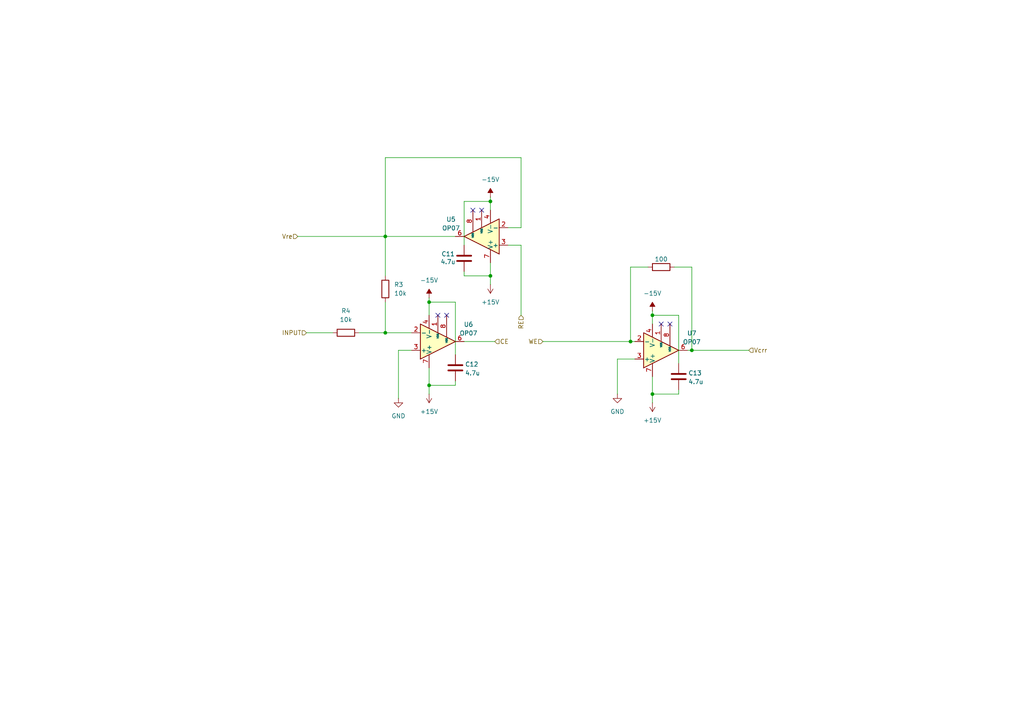
<source format=kicad_sch>
(kicad_sch (version 20250114) (generator "eeschema") (generator_version "9.0")
  (paper "A4")
  (lib_symbols
    (symbol "Amplifier_Operational:OP07" (pin_names (offset 0.127))
      (property "Reference" "U" (at 1.27 6.35 0))
      (property "Value" "OP07" (at 1.27 3.81 0))
      (symbol "OP07_0_1"
        (polyline (pts (xy -5.08 5.08) (xy 5.08 0) (xy -5.08 -5.08) (xy -5.08 5.08)) (stroke (width 0.254)) (fill (type background)))
      )
      (symbol "OP07_1_1"
        (pin input line (at -7.62 2.54 0) (length 2.54) (name "+") (number "3"))
        (pin input line (at -7.62 -2.54 0) (length 2.54) (name "-") (number "2"))
        (pin power_in line (at -2.54 7.62 270) (length 3.81) (name "V+") (number "7"))
        (pin power_in line (at -2.54 -7.62 90) (length 3.81) (name "V-") (number "4"))
        (pin no_connect line (at 0 2.54 270) (length 2.54) (hide yes) (name "NC") (number "5"))
        (pin input line (at 0 -7.62 90) (length 5.08) (name "VOS") (number "1"))
        (pin input line (at 2.54 -7.62 90) (length 6.35) (name "VOS") (number "8"))
        (pin output line (at 7.62 0 180) (length 2.54) (name "~") (number "6"))
      )
    )
    (symbol "Device:C" (pin_numbers (hide yes)) (pin_names (offset 0.254))
      (property "Reference" "C" (at 0.635 2.54 0))
      (property "Value" "C" (at 0.635 -2.54 0))
      (symbol "C_0_1"
        (polyline (pts (xy -2.032 0.762) (xy 2.032 0.762)) (stroke (width 0.508)))
        (polyline (pts (xy -2.032 -0.762) (xy 2.032 -0.762)) (stroke (width 0.508)))
      )
      (symbol "C_1_1"
        (pin passive line (at 0 3.81 270) (length 2.794) (name "~") (number "1"))
        (pin passive line (at 0 -3.81 90) (length 2.794) (name "~") (number "2"))
      )
    )
    (symbol "Device:R" (pin_numbers (hide yes)) (pin_names (offset 0))
      (property "Reference" "R" (at 2.032 0 90))
      (property "Value" "R" (at 0 0 90))
      (symbol "R_0_1"
        (rectangle (start -1.016 -2.54) (end 1.016 2.54) (stroke (width 0.254)))
      )
      (symbol "R_1_1"
        (pin passive line (at 0 3.81 270) (length 1.27) (name "~") (number "1"))
        (pin passive line (at 0 -3.81 90) (length 1.27) (name "~") (number "2"))
      )
    )
    (symbol "GND_1" (power) (pin_numbers (hide yes)) (pin_names (offset 0) (hide yes))
      (property "Value" "GND" (at 0 -3.81 0))
      (symbol "GND_1_0_1"
        (polyline (pts (xy 0 0) (xy 0 -1.27) (xy 1.27 -1.27) (xy 0 -2.54) (xy -1.27 -1.27) (xy 0 -1.27)))
      )
      (symbol "GND_1_1_1"
        (pin power_in line (at 0 0 270) (length 0) (name "~") (number "1"))
      )
    )
    (symbol "power:+15V" (power) (pin_numbers (hide yes)) (pin_names (offset 0) (hide yes))
      (property "Value" "+15V" (at 0 3.556 0))
      (symbol "+15V_0_1"
        (polyline (pts (xy -0.762 1.27) (xy 0 2.54)))
        (polyline (pts (xy 0 2.54) (xy 0.762 1.27)))
        (polyline (pts (xy 0 0) (xy 0 2.54)))
      )
      (symbol "+15V_1_1"
        (pin power_in line (at 0 0 90) (length 0) (name "~") (number "1"))
      )
    )
    (symbol "power:-15V" (power) (pin_numbers (hide yes)) (pin_names (offset 0) (hide yes))
      (property "Value" "-15V" (at 0 3.556 0))
      (symbol "-15V_0_0"
        (pin power_in line (at 0 0 90) (length 0) (name "~") (number "1"))
      )
      (symbol "-15V_0_1"
        (polyline (pts (xy 0 0) (xy 0 1.27) (xy 0.762 1.27) (xy 0 2.54) (xy -0.762 1.27) (xy 0 1.27)) (fill (type outline)))
      )
    )
    (symbol "power:GNDA" (power) (pin_numbers (hide yes)) (pin_names (offset 0) (hide yes))
      (property "Value" "GNDA" (at 0 -3.81 0))
      (symbol "GNDA_0_1"
        (polyline (pts (xy 0 0) (xy 0 -1.27) (xy 1.27 -1.27) (xy 0 -2.54) (xy -1.27 -1.27) (xy 0 -1.27)))
      )
      (symbol "GNDA_1_1"
        (pin power_in line (at 0 0 270) (length 0) (name "~") (number "1"))
      )
    )
  )
  (junction (at 124.46 87.63))
  (junction (at 111.76 68.58))
  (junction (at 189.23 114.3))
  (junction (at 200.66 101.6))
  (junction (at 111.76 96.52))
  (junction (at 189.23 91.44))
  (junction (at 142.24 80.01))
  (junction (at 142.24 58.42))
  (junction (at 124.46 111.76))
  (junction (at 182.88 99.06))
  (no_connect (at 139.7 60.96))
  (no_connect (at 191.77 93.98))
  (no_connect (at 137.16 60.96))
  (no_connect (at 129.54 91.44))
  (no_connect (at 127 91.44))
  (no_connect (at 194.31 93.98))
  (wire (pts (xy 182.88 77.47) (xy 187.96 77.47)))
  (wire (pts (xy 132.08 87.63) (xy 132.08 102.87)))
  (wire (pts (xy 189.23 91.44) (xy 189.23 93.98)))
  (wire (pts (xy 111.76 80.01) (xy 111.76 68.58)))
  (wire (pts (xy 196.85 91.44) (xy 196.85 105.41)))
  (wire (pts (xy 189.23 114.3) (xy 189.23 109.22)))
  (wire (pts (xy 124.46 87.63) (xy 124.46 91.44)))
  (wire (pts (xy 189.23 90.17) (xy 189.23 91.44)))
  (wire (pts (xy 111.76 68.58) (xy 132.08 68.58)))
  (wire (pts (xy 111.76 68.58) (xy 111.76 45.72)))
  (wire (pts (xy 151.13 66.04) (xy 147.32 66.04)))
  (wire (pts (xy 200.66 77.47) (xy 200.66 101.6)))
  (wire (pts (xy 196.85 113.03) (xy 196.85 114.3)))
  (wire (pts (xy 111.76 96.52) (xy 111.76 87.63)))
  (wire (pts (xy 199.39 101.6) (xy 200.66 101.6)))
  (wire (pts (xy 189.23 116.84) (xy 189.23 114.3)))
  (wire (pts (xy 142.24 80.01) (xy 142.24 76.2)))
  (wire (pts (xy 142.24 58.42) (xy 142.24 60.96)))
  (wire (pts (xy 115.57 101.6) (xy 115.57 115.57)))
  (wire (pts (xy 142.24 58.42) (xy 134.62 58.42)))
  (wire (pts (xy 111.76 45.72) (xy 151.13 45.72)))
  (wire (pts (xy 132.08 110.49) (xy 132.08 111.76)))
  (wire (pts (xy 134.62 99.06) (xy 143.51 99.06)))
  (wire (pts (xy 119.38 101.6) (xy 115.57 101.6)))
  (wire (pts (xy 151.13 71.12) (xy 151.13 91.44)))
  (wire (pts (xy 179.07 104.14) (xy 179.07 114.3)))
  (wire (pts (xy 182.88 77.47) (xy 182.88 99.06)))
  (wire (pts (xy 104.14 96.52) (xy 111.76 96.52)))
  (wire (pts (xy 111.76 96.52) (xy 119.38 96.52)))
  (wire (pts (xy 124.46 111.76) (xy 132.08 111.76)))
  (wire (pts (xy 86.36 68.58) (xy 111.76 68.58)))
  (wire (pts (xy 142.24 57.15) (xy 142.24 58.42)))
  (wire (pts (xy 189.23 91.44) (xy 196.85 91.44)))
  (wire (pts (xy 142.24 82.55) (xy 142.24 80.01)))
  (wire (pts (xy 151.13 45.72) (xy 151.13 66.04)))
  (wire (pts (xy 124.46 114.3) (xy 124.46 111.76)))
  (wire (pts (xy 124.46 86.36) (xy 124.46 87.63)))
  (wire (pts (xy 182.88 99.06) (xy 184.15 99.06)))
  (wire (pts (xy 134.62 58.42) (xy 134.62 71.12)))
  (wire (pts (xy 124.46 111.76) (xy 124.46 106.68)))
  (wire (pts (xy 88.9 96.52) (xy 96.52 96.52)))
  (wire (pts (xy 200.66 101.6) (xy 217.17 101.6)))
  (wire (pts (xy 184.15 104.14) (xy 179.07 104.14)))
  (wire (pts (xy 195.58 77.47) (xy 200.66 77.47)))
  (wire (pts (xy 124.46 87.63) (xy 132.08 87.63)))
  (wire (pts (xy 157.48 99.06) (xy 182.88 99.06)))
  (wire (pts (xy 147.32 71.12) (xy 151.13 71.12)))
  (wire (pts (xy 134.62 78.74) (xy 134.62 80.01)))
  (wire (pts (xy 196.85 114.3) (xy 189.23 114.3)))
  (wire (pts (xy 134.62 80.01) (xy 142.24 80.01)))
  (hierarchical_label "CE" (shape input) (at 143.51 99.06 0))
  (hierarchical_label "Vre" (shape input) (at 86.36 68.58 180))
  (hierarchical_label "INPUT" (shape input) (at 88.9 96.52 180))
  (hierarchical_label "Vcrr" (shape input) (at 217.17 101.6 0))
  (hierarchical_label "RE" (shape input) (at 151.13 91.44 270))
  (hierarchical_label "WE" (shape input) (at 157.48 99.06 180))
  (symbol (lib_name "GND_1") (lib_id "power:GND") (at 179.07 114.3 0) (unit 1)
    (property "Reference" "#PWR021" (effects (hide yes)))
    (property "Value" "GND" (at 179.07 119.38 0))
    (property "Description" "Power symbol creates a global label with name \"GND\" , ground" (effects (hide yes)))
    (instances (project "SMU" (path "" (reference "#PWR021") (unit 1)) (path "" (reference "#PWR034") (unit 1))))
  )
  (symbol (lib_id "power:GNDA") (at 115.57 115.57 0) (unit 1)
    (property "Reference" "#PWR022" (effects (hide yes)))
    (property "Value" "GND" (at 115.57 120.65 0))
    (property "Description" "Power symbol creates a global label with name \"GNDA\" , analog ground" (effects (hide yes)))
    (instances (project "SMU" (path "" (reference "#PWR022") (unit 1)) (path "" (reference "#PWR035") (unit 1))))
  )
  (symbol (lib_id "Amplifier_Operational:OP07") (at 191.77 101.6 0) (mirror x) (unit 1)
    (property "Reference" "U7" (at 200.66 96.6468 0))
    (property "Value" "OP07" (at 200.66 99.1868 0))
    (property "Footprint" "Package_DIP:DIP-8_W7.62mm" (effects (hide yes)))
    (property "Datasheet" "https://www.analog.com/media/en/technical-documentation/data-sheets/OP07.pdf" (effects (hide yes)))
    (property "Description" "Single Ultra-Low Offset Voltage Operational Amplifier, DIP-8/SOIC-8" (effects (hide yes)))
    (instances (project "SMU" (path "" (reference "U7") (unit 1)) (path "" (reference "U11") (unit 1))))
  )
  (symbol (lib_id "Amplifier_Operational:OP07") (at 139.7 68.58 180) (unit 1)
    (property "Reference" "U5" (at 130.81 63.6268 0))
    (property "Value" "OP07" (at 130.81 66.1668 0))
    (property "Footprint" "Package_DIP:DIP-8_W7.62mm" (effects (hide yes)))
    (property "Datasheet" "https://www.analog.com/media/en/technical-documentation/data-sheets/OP07.pdf" (effects (hide yes)))
    (property "Description" "Single Ultra-Low Offset Voltage Operational Amplifier, DIP-8/SOIC-8" (effects (hide yes)))
    (instances (project "" (path "" (reference "U5") (unit 1)) (path "" (reference "U9") (unit 1))))
  )
  (symbol (lib_id "Device:R") (at 111.76 83.82 0) (unit 1)
    (property "Reference" "R3" (at 114.3 82.55 0) (effects (justify left)))
    (property "Value" "10k" (at 114.3 85.09 0) (effects (justify left)))
    (property "Footprint" "Resistor_SMD:R_0603_1608Metric" (effects (hide yes)))
    (property "Sim.Device" "R" (effects (hide yes)))
    (property "Sim.Type" "=" (effects (hide yes)))
    (property "Sim.Params" "r=10k" (effects (hide yes)))
    (property "Sim.Pins" "1=+ 2=-" (effects (hide yes)))
    (instances (project "SMU" (path "" (reference "R3") (unit 1)) (path "" (reference "R10") (unit 1))))
  )
  (symbol (lib_id "Device:R") (at 100.33 96.52 90) (unit 1)
    (property "Reference" "R4" (at 100.33 90.17 90))
    (property "Value" "10k" (at 100.33 92.71 90))
    (property "Footprint" "Resistor_SMD:R_0603_1608Metric" (effects (hide yes)))
    (property "Sim.Device" "R" (effects (hide yes)))
    (property "Sim.Type" "=" (effects (hide yes)))
    (property "Sim.Params" "r=10k" (effects (hide yes)))
    (property "Sim.Pins" "1=+ 2=-" (effects (hide yes)))
    (instances (project "SMU" (path "" (reference "R4") (unit 1)) (path "" (reference "R11") (unit 1))))
  )
  (symbol (lib_id "power:+15V") (at 142.24 82.55 180) (unit 1)
    (property "Reference" "#PWR017" (effects (hide yes)))
    (property "Value" "+15V" (at 142.24 87.63 0))
    (property "Description" "Power symbol creates a global label with name \"+15V\"" (effects (hide yes)))
    (instances (project "SMU" (path "" (reference "#PWR017") (unit 1)) (path "" (reference "#PWR030") (unit 1))))
  )
  (symbol (lib_id "power:+15V") (at 124.46 114.3 180) (unit 1)
    (property "Reference" "#PWR020" (effects (hide yes)))
    (property "Value" "+15V" (at 124.46 119.38 0))
    (property "Description" "Power symbol creates a global label with name \"+15V\"" (effects (hide yes)))
    (instances (project "SMU" (path "" (reference "#PWR020") (unit 1)) (path "" (reference "#PWR033") (unit 1))))
  )
  (symbol (lib_id "power:+15V") (at 189.23 116.84 180) (unit 1)
    (property "Reference" "#PWR023" (effects (hide yes)))
    (property "Value" "+15V" (at 189.23 121.92 0))
    (property "Description" "Power symbol creates a global label with name \"+15V\"" (effects (hide yes)))
    (instances (project "SMU" (path "" (reference "#PWR023") (unit 1)) (path "" (reference "#PWR036") (unit 1))))
  )
  (symbol (lib_id "Amplifier_Operational:OP07") (at 127 99.06 0) (mirror x) (unit 1)
    (property "Reference" "U6" (at 135.89 94.1068 0))
    (property "Value" "OP07" (at 135.89 96.6468 0))
    (property "Footprint" "Package_DIP:DIP-8_W7.62mm" (effects (hide yes)))
    (property "Datasheet" "https://www.analog.com/media/en/technical-documentation/data-sheets/OP07.pdf" (effects (hide yes)))
    (property "Description" "Single Ultra-Low Offset Voltage Operational Amplifier, DIP-8/SOIC-8" (effects (hide yes)))
    (instances (project "SMU" (path "" (reference "U6") (unit 1)) (path "" (reference "U10") (unit 1))))
  )
  (symbol (lib_id "Device:C") (at 134.62 74.93 180) (unit 1)
    (property "Reference" "C11" (at 128.016 73.66 0) (effects (justify right)))
    (property "Value" "4.7u" (at 127.762 75.946 0) (effects (justify right)))
    (property "Footprint" "Capacitor_SMD:C_1206_3216Metric" (effects (hide yes)))
    (property "Description" "Unpolarized capacitor" (effects (hide yes)))
    (property "Sim.Device" "C" (effects (hide yes)))
    (property "Sim.Type" "=" (effects (hide yes)))
    (property "Sim.Params" "c=0.1u" (effects (hide yes)))
    (property "Sim.Pins" "1=+ 2=-" (effects (hide yes)))
    (instances (project "SMU" (path "" (reference "C11") (unit 1)) (path "" (reference "C16") (unit 1))))
  )
  (symbol (lib_id "power:-15V") (at 189.23 90.17 0) (unit 1)
    (property "Reference" "#PWR019" (effects (hide yes)))
    (property "Value" "-15V" (at 189.23 85.09 0))
    (property "Description" "Power symbol creates a global label with name \"-15V\"" (effects (hide yes)))
    (instances (project "SMU" (path "" (reference "#PWR019") (unit 1)) (path "" (reference "#PWR032") (unit 1))))
  )
  (symbol (lib_id "Device:C") (at 196.85 109.22 180) (unit 1)
    (property "Reference" "C13" (at 199.644 108.204 0) (effects (justify right)))
    (property "Value" "4.7u" (at 199.644 110.744 0) (effects (justify right)))
    (property "Footprint" "Capacitor_SMD:C_1206_3216Metric" (effects (hide yes)))
    (property "Description" "Unpolarized capacitor" (effects (hide yes)))
    (property "Sim.Device" "C" (effects (hide yes)))
    (property "Sim.Type" "=" (effects (hide yes)))
    (property "Sim.Params" "c=0.1u" (effects (hide yes)))
    (property "Sim.Pins" "1=+ 2=-" (effects (hide yes)))
    (instances (project "SMU" (path "" (reference "C13") (unit 1)) (path "" (reference "C18") (unit 1))))
  )
  (symbol (lib_id "power:-15V") (at 142.24 57.15 0) (unit 1)
    (property "Reference" "#PWR016" (effects (hide yes)))
    (property "Value" "-15V" (at 142.24 52.07 0))
    (property "Description" "Power symbol creates a global label with name \"-15V\"" (effects (hide yes)))
    (instances (project "SMU" (path "" (reference "#PWR016") (unit 1)) (path "" (reference "#PWR029") (unit 1))))
  )
  (symbol (lib_id "power:-15V") (at 124.46 86.36 0) (unit 1)
    (property "Reference" "#PWR018" (effects (hide yes)))
    (property "Value" "-15V" (at 124.46 81.28 0))
    (property "Description" "Power symbol creates a global label with name \"-15V\"" (effects (hide yes)))
    (instances (project "SMU" (path "" (reference "#PWR018") (unit 1)) (path "" (reference "#PWR031") (unit 1))))
  )
  (symbol (lib_id "Device:C") (at 132.08 106.68 180) (unit 1)
    (property "Reference" "C12" (at 134.874 105.664 0) (effects (justify right)))
    (property "Value" "4.7u" (at 134.874 108.204 0) (effects (justify right)))
    (property "Footprint" "Capacitor_SMD:C_1206_3216Metric" (effects (hide yes)))
    (property "Description" "Unpolarized capacitor" (effects (hide yes)))
    (property "Sim.Device" "C" (effects (hide yes)))
    (property "Sim.Type" "=" (effects (hide yes)))
    (property "Sim.Params" "c=0.1u" (effects (hide yes)))
    (property "Sim.Pins" "1=+ 2=-" (effects (hide yes)))
    (instances (project "SMU" (path "" (reference "C12") (unit 1)) (path "" (reference "C17") (unit 1))))
  )
  (symbol (lib_id "Device:R") (at 191.77 77.47 90) (unit 1)
    (property "Reference" "R2" (effects (hide yes)))
    (property "Value" "100" (at 191.77 75.184 90))
    (property "Footprint" "Resistor_SMD:R_0603_1608Metric" (effects (hide yes)))
    (property "Description" "Resistor" (effects (hide yes)))
    (property "Sim.Device" "R" (effects (hide yes)))
    (property "Sim.Type" "=" (effects (hide yes)))
    (property "Sim.Params" "r=100" (effects (hide yes)))
    (property "Sim.Pins" "1=+ 2=-" (effects (hide yes)))
    (instances (project "SMU" (path "" (reference "R2") (unit 1)) (path "" (reference "R9") (unit 1))))
  )
)
</source>
